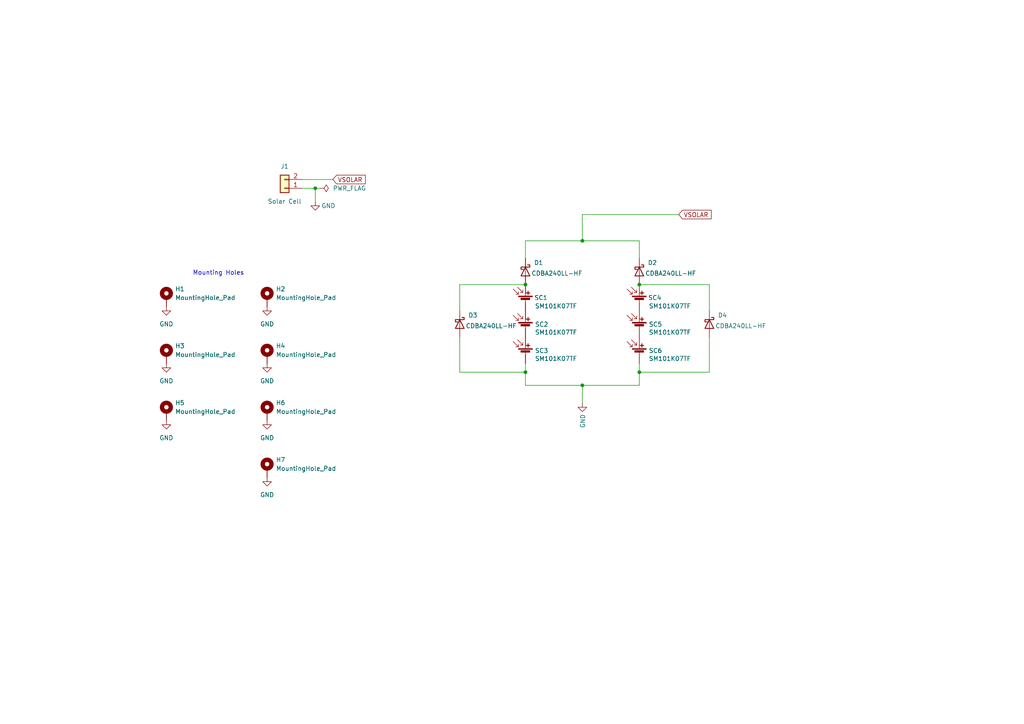
<source format=kicad_sch>
(kicad_sch (version 20211123) (generator eeschema)

  (uuid f3a9b208-99c0-4cbe-be82-ecb049574331)

  (paper "A4")

  (title_block
    (title "Solar Cell PCB - usb side")
    (date "2022-12-31")
    (rev "2")
  )

  (lib_symbols
    (symbol "Connector_Generic:Conn_01x02" (pin_names (offset 1.016) hide) (in_bom yes) (on_board yes)
      (property "Reference" "J" (id 0) (at 0 2.54 0)
        (effects (font (size 1.27 1.27)))
      )
      (property "Value" "Conn_01x02" (id 1) (at 0 -5.08 0)
        (effects (font (size 1.27 1.27)))
      )
      (property "Footprint" "" (id 2) (at 0 0 0)
        (effects (font (size 1.27 1.27)) hide)
      )
      (property "Datasheet" "~" (id 3) (at 0 0 0)
        (effects (font (size 1.27 1.27)) hide)
      )
      (property "ki_keywords" "connector" (id 4) (at 0 0 0)
        (effects (font (size 1.27 1.27)) hide)
      )
      (property "ki_description" "Generic connector, single row, 01x02, script generated (kicad-library-utils/schlib/autogen/connector/)" (id 5) (at 0 0 0)
        (effects (font (size 1.27 1.27)) hide)
      )
      (property "ki_fp_filters" "Connector*:*_1x??_*" (id 6) (at 0 0 0)
        (effects (font (size 1.27 1.27)) hide)
      )
      (symbol "Conn_01x02_1_1"
        (rectangle (start -1.27 -2.413) (end 0 -2.667)
          (stroke (width 0.1524) (type default) (color 0 0 0 0))
          (fill (type none))
        )
        (rectangle (start -1.27 0.127) (end 0 -0.127)
          (stroke (width 0.1524) (type default) (color 0 0 0 0))
          (fill (type none))
        )
        (rectangle (start -1.27 1.27) (end 1.27 -3.81)
          (stroke (width 0.254) (type default) (color 0 0 0 0))
          (fill (type background))
        )
        (pin passive line (at -5.08 0 0) (length 3.81)
          (name "Pin_1" (effects (font (size 1.27 1.27))))
          (number "1" (effects (font (size 1.27 1.27))))
        )
        (pin passive line (at -5.08 -2.54 0) (length 3.81)
          (name "Pin_2" (effects (font (size 1.27 1.27))))
          (number "2" (effects (font (size 1.27 1.27))))
        )
      )
    )
    (symbol "Device:D_Schottky" (pin_numbers hide) (pin_names (offset 1.016) hide) (in_bom yes) (on_board yes)
      (property "Reference" "D" (id 0) (at 0 2.54 0)
        (effects (font (size 1.27 1.27)))
      )
      (property "Value" "D_Schottky" (id 1) (at 0 -2.54 0)
        (effects (font (size 1.27 1.27)))
      )
      (property "Footprint" "" (id 2) (at 0 0 0)
        (effects (font (size 1.27 1.27)) hide)
      )
      (property "Datasheet" "~" (id 3) (at 0 0 0)
        (effects (font (size 1.27 1.27)) hide)
      )
      (property "ki_keywords" "diode Schottky" (id 4) (at 0 0 0)
        (effects (font (size 1.27 1.27)) hide)
      )
      (property "ki_description" "Schottky diode" (id 5) (at 0 0 0)
        (effects (font (size 1.27 1.27)) hide)
      )
      (property "ki_fp_filters" "TO-???* *_Diode_* *SingleDiode* D_*" (id 6) (at 0 0 0)
        (effects (font (size 1.27 1.27)) hide)
      )
      (symbol "D_Schottky_0_1"
        (polyline
          (pts
            (xy 1.27 0)
            (xy -1.27 0)
          )
          (stroke (width 0) (type default) (color 0 0 0 0))
          (fill (type none))
        )
        (polyline
          (pts
            (xy 1.27 1.27)
            (xy 1.27 -1.27)
            (xy -1.27 0)
            (xy 1.27 1.27)
          )
          (stroke (width 0.254) (type default) (color 0 0 0 0))
          (fill (type none))
        )
        (polyline
          (pts
            (xy -1.905 0.635)
            (xy -1.905 1.27)
            (xy -1.27 1.27)
            (xy -1.27 -1.27)
            (xy -0.635 -1.27)
            (xy -0.635 -0.635)
          )
          (stroke (width 0.254) (type default) (color 0 0 0 0))
          (fill (type none))
        )
      )
      (symbol "D_Schottky_1_1"
        (pin passive line (at -3.81 0 0) (length 2.54)
          (name "K" (effects (font (size 1.27 1.27))))
          (number "1" (effects (font (size 1.27 1.27))))
        )
        (pin passive line (at 3.81 0 180) (length 2.54)
          (name "A" (effects (font (size 1.27 1.27))))
          (number "2" (effects (font (size 1.27 1.27))))
        )
      )
    )
    (symbol "Device:Solar_Cell" (pin_numbers hide) (pin_names (offset 0) hide) (in_bom yes) (on_board yes)
      (property "Reference" "SC" (id 0) (at 2.54 2.54 0)
        (effects (font (size 1.27 1.27)) (justify left))
      )
      (property "Value" "Solar_Cell" (id 1) (at 2.54 0 0)
        (effects (font (size 1.27 1.27)) (justify left))
      )
      (property "Footprint" "" (id 2) (at 0 1.524 90)
        (effects (font (size 1.27 1.27)) hide)
      )
      (property "Datasheet" "~" (id 3) (at 0 1.524 90)
        (effects (font (size 1.27 1.27)) hide)
      )
      (property "ki_keywords" "solar cell" (id 4) (at 0 0 0)
        (effects (font (size 1.27 1.27)) hide)
      )
      (property "ki_description" "Single solar cell" (id 5) (at 0 0 0)
        (effects (font (size 1.27 1.27)) hide)
      )
      (symbol "Solar_Cell_0_1"
        (rectangle (start -2.032 1.778) (end 2.032 1.524)
          (stroke (width 0) (type default) (color 0 0 0 0))
          (fill (type outline))
        )
        (rectangle (start -1.3208 1.1938) (end 1.27 0.6858)
          (stroke (width 0) (type default) (color 0 0 0 0))
          (fill (type outline))
        )
        (polyline
          (pts
            (xy -2.032 2.286)
            (xy -3.556 3.81)
          )
          (stroke (width 0) (type default) (color 0 0 0 0))
          (fill (type none))
        )
        (polyline
          (pts
            (xy -0.762 2.794)
            (xy -2.286 4.318)
          )
          (stroke (width 0) (type default) (color 0 0 0 0))
          (fill (type none))
        )
        (polyline
          (pts
            (xy 0 0.762)
            (xy 0 0)
          )
          (stroke (width 0) (type default) (color 0 0 0 0))
          (fill (type none))
        )
        (polyline
          (pts
            (xy 0 1.778)
            (xy 0 2.54)
          )
          (stroke (width 0) (type default) (color 0 0 0 0))
          (fill (type none))
        )
        (polyline
          (pts
            (xy 0.254 2.667)
            (xy 1.27 2.667)
          )
          (stroke (width 0.254) (type default) (color 0 0 0 0))
          (fill (type none))
        )
        (polyline
          (pts
            (xy 0.762 3.175)
            (xy 0.762 2.159)
          )
          (stroke (width 0.254) (type default) (color 0 0 0 0))
          (fill (type none))
        )
        (polyline
          (pts
            (xy -2.032 3.048)
            (xy -2.032 2.286)
            (xy -2.794 2.286)
          )
          (stroke (width 0) (type default) (color 0 0 0 0))
          (fill (type none))
        )
        (polyline
          (pts
            (xy -0.762 3.556)
            (xy -0.762 2.794)
            (xy -1.524 2.794)
          )
          (stroke (width 0) (type default) (color 0 0 0 0))
          (fill (type none))
        )
      )
      (symbol "Solar_Cell_1_1"
        (pin passive line (at 0 5.08 270) (length 2.54)
          (name "+" (effects (font (size 1.27 1.27))))
          (number "1" (effects (font (size 1.27 1.27))))
        )
        (pin passive line (at 0 -2.54 90) (length 2.54)
          (name "-" (effects (font (size 1.27 1.27))))
          (number "2" (effects (font (size 1.27 1.27))))
        )
      )
    )
    (symbol "Mechanical:MountingHole_Pad" (pin_numbers hide) (pin_names (offset 1.016) hide) (in_bom yes) (on_board yes)
      (property "Reference" "H" (id 0) (at 0 6.35 0)
        (effects (font (size 1.27 1.27)))
      )
      (property "Value" "MountingHole_Pad" (id 1) (at 0 4.445 0)
        (effects (font (size 1.27 1.27)))
      )
      (property "Footprint" "" (id 2) (at 0 0 0)
        (effects (font (size 1.27 1.27)) hide)
      )
      (property "Datasheet" "~" (id 3) (at 0 0 0)
        (effects (font (size 1.27 1.27)) hide)
      )
      (property "ki_keywords" "mounting hole" (id 4) (at 0 0 0)
        (effects (font (size 1.27 1.27)) hide)
      )
      (property "ki_description" "Mounting Hole with connection" (id 5) (at 0 0 0)
        (effects (font (size 1.27 1.27)) hide)
      )
      (property "ki_fp_filters" "MountingHole*Pad*" (id 6) (at 0 0 0)
        (effects (font (size 1.27 1.27)) hide)
      )
      (symbol "MountingHole_Pad_0_1"
        (circle (center 0 1.27) (radius 1.27)
          (stroke (width 1.27) (type default) (color 0 0 0 0))
          (fill (type none))
        )
      )
      (symbol "MountingHole_Pad_1_1"
        (pin input line (at 0 -2.54 90) (length 2.54)
          (name "1" (effects (font (size 1.27 1.27))))
          (number "1" (effects (font (size 1.27 1.27))))
        )
      )
    )
    (symbol "power:GND" (power) (pin_names (offset 0)) (in_bom yes) (on_board yes)
      (property "Reference" "#PWR" (id 0) (at 0 -6.35 0)
        (effects (font (size 1.27 1.27)) hide)
      )
      (property "Value" "GND" (id 1) (at 0 -3.81 0)
        (effects (font (size 1.27 1.27)))
      )
      (property "Footprint" "" (id 2) (at 0 0 0)
        (effects (font (size 1.27 1.27)) hide)
      )
      (property "Datasheet" "" (id 3) (at 0 0 0)
        (effects (font (size 1.27 1.27)) hide)
      )
      (property "ki_keywords" "power-flag" (id 4) (at 0 0 0)
        (effects (font (size 1.27 1.27)) hide)
      )
      (property "ki_description" "Power symbol creates a global label with name \"GND\" , ground" (id 5) (at 0 0 0)
        (effects (font (size 1.27 1.27)) hide)
      )
      (symbol "GND_0_1"
        (polyline
          (pts
            (xy 0 0)
            (xy 0 -1.27)
            (xy 1.27 -1.27)
            (xy 0 -2.54)
            (xy -1.27 -1.27)
            (xy 0 -1.27)
          )
          (stroke (width 0) (type default) (color 0 0 0 0))
          (fill (type none))
        )
      )
      (symbol "GND_1_1"
        (pin power_in line (at 0 0 270) (length 0) hide
          (name "GND" (effects (font (size 1.27 1.27))))
          (number "1" (effects (font (size 1.27 1.27))))
        )
      )
    )
    (symbol "power:PWR_FLAG" (power) (pin_numbers hide) (pin_names (offset 0) hide) (in_bom yes) (on_board yes)
      (property "Reference" "#FLG" (id 0) (at 0 1.905 0)
        (effects (font (size 1.27 1.27)) hide)
      )
      (property "Value" "PWR_FLAG" (id 1) (at 0 3.81 0)
        (effects (font (size 1.27 1.27)))
      )
      (property "Footprint" "" (id 2) (at 0 0 0)
        (effects (font (size 1.27 1.27)) hide)
      )
      (property "Datasheet" "~" (id 3) (at 0 0 0)
        (effects (font (size 1.27 1.27)) hide)
      )
      (property "ki_keywords" "power-flag" (id 4) (at 0 0 0)
        (effects (font (size 1.27 1.27)) hide)
      )
      (property "ki_description" "Special symbol for telling ERC where power comes from" (id 5) (at 0 0 0)
        (effects (font (size 1.27 1.27)) hide)
      )
      (symbol "PWR_FLAG_0_0"
        (pin power_out line (at 0 0 90) (length 0)
          (name "pwr" (effects (font (size 1.27 1.27))))
          (number "1" (effects (font (size 1.27 1.27))))
        )
      )
      (symbol "PWR_FLAG_0_1"
        (polyline
          (pts
            (xy 0 0)
            (xy 0 1.27)
            (xy -1.016 1.905)
            (xy 0 2.54)
            (xy 1.016 1.905)
            (xy 0 1.27)
          )
          (stroke (width 0) (type default) (color 0 0 0 0))
          (fill (type none))
        )
      )
    )
  )

  (junction (at 185.42 107.95) (diameter 0) (color 0 0 0 0)
    (uuid 0f6ce69f-4d00-46f9-8a89-ce0538e159da)
  )
  (junction (at 152.4 82.55) (diameter 0) (color 0 0 0 0)
    (uuid 71a055bd-72d5-4ecc-a050-f93859916189)
  )
  (junction (at 168.91 69.85) (diameter 0) (color 0 0 0 0)
    (uuid 76be217b-7652-4ccb-9b7d-a8456454e506)
  )
  (junction (at 168.91 111.76) (diameter 0) (color 0 0 0 0)
    (uuid c36a0e69-567d-49d9-9990-34c909f3ab4a)
  )
  (junction (at 152.4 107.95) (diameter 0) (color 0 0 0 0)
    (uuid cd259f8a-a9d5-4b9c-9fe5-ae36c2f21b89)
  )
  (junction (at 91.44 54.61) (diameter 0) (color 0 0 0 0)
    (uuid d7f73dfe-519f-4be5-8ce7-44981469c40b)
  )
  (junction (at 185.42 82.55) (diameter 0) (color 0 0 0 0)
    (uuid fbe65191-c013-4797-9b0c-9bf884e5de3c)
  )

  (wire (pts (xy 133.35 107.95) (xy 152.4 107.95))
    (stroke (width 0) (type default) (color 0 0 0 0))
    (uuid 009ba6d1-6340-4264-9398-2b1fbe8f6958)
  )
  (wire (pts (xy 205.74 107.95) (xy 185.42 107.95))
    (stroke (width 0) (type default) (color 0 0 0 0))
    (uuid 00fed5b1-d1ac-4f92-9eb5-1ef1886d8a26)
  )
  (wire (pts (xy 205.74 97.79) (xy 205.74 107.95))
    (stroke (width 0) (type default) (color 0 0 0 0))
    (uuid 018525d2-ace4-4c28-94ab-893eb2ed8c63)
  )
  (wire (pts (xy 205.74 82.55) (xy 205.74 90.17))
    (stroke (width 0) (type default) (color 0 0 0 0))
    (uuid 0690ebda-31ae-44c6-a076-f76c9a9da0b4)
  )
  (wire (pts (xy 196.85 62.23) (xy 168.91 62.23))
    (stroke (width 0) (type default) (color 0 0 0 0))
    (uuid 09daf42f-a0ea-4544-804a-c85b3e0911a3)
  )
  (wire (pts (xy 152.4 107.95) (xy 152.4 111.76))
    (stroke (width 0) (type default) (color 0 0 0 0))
    (uuid 17c0af7a-69b3-4389-8242-a9ecddcfe55c)
  )
  (wire (pts (xy 91.44 54.61) (xy 87.63 54.61))
    (stroke (width 0) (type default) (color 0 0 0 0))
    (uuid 2cc860c4-50fa-403e-a8c8-b7dfee93d1b9)
  )
  (wire (pts (xy 92.71 54.61) (xy 91.44 54.61))
    (stroke (width 0) (type default) (color 0 0 0 0))
    (uuid 3fca7b95-1ce8-4c85-9e20-5287af1f00a4)
  )
  (wire (pts (xy 185.42 107.95) (xy 185.42 105.41))
    (stroke (width 0) (type default) (color 0 0 0 0))
    (uuid 49438cd1-cabd-4326-9132-ba66ca2ae487)
  )
  (wire (pts (xy 133.35 90.17) (xy 133.35 82.55))
    (stroke (width 0) (type default) (color 0 0 0 0))
    (uuid 546c7e4b-1464-4924-a86b-af3fa4f8b731)
  )
  (wire (pts (xy 185.42 69.85) (xy 185.42 74.93))
    (stroke (width 0) (type default) (color 0 0 0 0))
    (uuid 640f3a59-24a7-4967-867b-8b323b3b59fd)
  )
  (wire (pts (xy 168.91 62.23) (xy 168.91 69.85))
    (stroke (width 0) (type default) (color 0 0 0 0))
    (uuid 69b925f9-a0bb-4d22-b943-749db68ec0e3)
  )
  (wire (pts (xy 152.4 74.93) (xy 152.4 69.85))
    (stroke (width 0) (type default) (color 0 0 0 0))
    (uuid 732a25f1-cbb7-4b62-b096-b1bdf26084aa)
  )
  (wire (pts (xy 133.35 97.79) (xy 133.35 107.95))
    (stroke (width 0) (type default) (color 0 0 0 0))
    (uuid 7ced5e86-299f-4bb5-bb14-7833375ffcd6)
  )
  (wire (pts (xy 91.44 54.61) (xy 91.44 58.42))
    (stroke (width 0) (type default) (color 0 0 0 0))
    (uuid 7eb9f528-f170-4e0e-a885-22f41c8b743b)
  )
  (wire (pts (xy 168.91 69.85) (xy 185.42 69.85))
    (stroke (width 0) (type default) (color 0 0 0 0))
    (uuid 953c1627-f540-47ed-82dd-84c722be1137)
  )
  (wire (pts (xy 133.35 82.55) (xy 152.4 82.55))
    (stroke (width 0) (type default) (color 0 0 0 0))
    (uuid a5323771-5ccb-4d0d-b118-cd57dcc7b6cd)
  )
  (wire (pts (xy 185.42 82.55) (xy 205.74 82.55))
    (stroke (width 0) (type default) (color 0 0 0 0))
    (uuid acb0c780-560c-4f88-a5a7-77aea618f33f)
  )
  (wire (pts (xy 168.91 111.76) (xy 185.42 111.76))
    (stroke (width 0) (type default) (color 0 0 0 0))
    (uuid cf742761-4cbe-4d02-b09e-4e7302edfcd5)
  )
  (wire (pts (xy 152.4 105.41) (xy 152.4 107.95))
    (stroke (width 0) (type default) (color 0 0 0 0))
    (uuid dd4c9bb0-20f6-41ec-ab0b-7060d50d640a)
  )
  (wire (pts (xy 96.52 52.07) (xy 87.63 52.07))
    (stroke (width 0) (type default) (color 0 0 0 0))
    (uuid e1c1511c-8e93-46e1-8496-55bfccb03696)
  )
  (wire (pts (xy 168.91 111.76) (xy 168.91 116.84))
    (stroke (width 0) (type default) (color 0 0 0 0))
    (uuid e471bbc2-9dd7-45d0-a6de-61ae9b8cc08b)
  )
  (wire (pts (xy 152.4 69.85) (xy 168.91 69.85))
    (stroke (width 0) (type default) (color 0 0 0 0))
    (uuid ef6c3e80-2000-4d8c-96c8-14cc775d5b31)
  )
  (wire (pts (xy 185.42 111.76) (xy 185.42 107.95))
    (stroke (width 0) (type default) (color 0 0 0 0))
    (uuid f2e7aeed-f5d2-4c43-8bf3-5d5a5f975114)
  )
  (wire (pts (xy 152.4 111.76) (xy 168.91 111.76))
    (stroke (width 0) (type default) (color 0 0 0 0))
    (uuid fd0f3e38-4223-442a-9bc9-788df4455a86)
  )

  (text "Mounting Holes" (at 55.88 80.01 0)
    (effects (font (size 1.27 1.27)) (justify left bottom))
    (uuid 87a895d3-5dec-4998-a837-9f2a9bfce12e)
  )

  (global_label "VSOLAR" (shape input) (at 196.85 62.23 0) (fields_autoplaced)
    (effects (font (size 1.27 1.27)) (justify left))
    (uuid 7c07e0d9-92a3-4ebf-a7f8-06a355b687a3)
    (property "Intersheet References" "${INTERSHEET_REFS}" (id 0) (at 15.24 -5.08 0)
      (effects (font (size 1.27 1.27)) hide)
    )
  )
  (global_label "VSOLAR" (shape input) (at 96.52 52.07 0) (fields_autoplaced)
    (effects (font (size 1.27 1.27)) (justify left))
    (uuid 91f0eb72-2f3d-4198-af38-d4bcfdd66995)
    (property "Intersheet References" "${INTERSHEET_REFS}" (id 0) (at 105.9483 51.9906 0)
      (effects (font (size 1.27 1.27)) (justify left) hide)
    )
  )

  (symbol (lib_id "power:GND") (at 91.44 58.42 0) (unit 1)
    (in_bom yes) (on_board yes)
    (uuid 00504bc4-cc86-4e68-9a82-9786c40b39bd)
    (property "Reference" "#PWR0102" (id 0) (at 91.44 64.77 0)
      (effects (font (size 1.27 1.27)) hide)
    )
    (property "Value" "GND" (id 1) (at 95.25 59.69 0))
    (property "Footprint" "" (id 2) (at 91.44 58.42 0)
      (effects (font (size 1.27 1.27)) hide)
    )
    (property "Datasheet" "" (id 3) (at 91.44 58.42 0)
      (effects (font (size 1.27 1.27)) hide)
    )
    (pin "1" (uuid d19f05ba-9875-4b7c-8b29-e9ce9b6ba018))
  )

  (symbol (lib_id "Device:Solar_Cell") (at 185.42 87.63 0) (unit 1)
    (in_bom yes) (on_board yes)
    (uuid 063a2706-f978-47ad-83dc-9ba1cc089e4e)
    (property "Reference" "SC4" (id 0) (at 187.96 86.36 0)
      (effects (font (size 1.27 1.27)) (justify left))
    )
    (property "Value" "SM101K07TF" (id 1) (at 188.1632 88.773 0)
      (effects (font (size 1.27 1.27)) (justify left))
    )
    (property "Footprint" "ISP:SM101K07TF" (id 2) (at 185.42 86.106 90)
      (effects (font (size 1.27 1.27)) hide)
    )
    (property "Datasheet" "~" (id 3) (at 185.42 86.106 90)
      (effects (font (size 1.27 1.27)) hide)
    )
    (pin "1" (uuid 789d9cbd-3541-4afc-80b1-7ed411b7e827))
    (pin "2" (uuid 79282b33-69f3-4688-8be5-2352d5ad1057))
  )

  (symbol (lib_id "power:GND") (at 77.47 88.9 0) (unit 1)
    (in_bom yes) (on_board yes) (fields_autoplaced)
    (uuid 1a22f371-3aac-4613-b7e8-dacc06223eb2)
    (property "Reference" "#PWR0106" (id 0) (at 77.47 95.25 0)
      (effects (font (size 1.27 1.27)) hide)
    )
    (property "Value" "GND" (id 1) (at 77.47 93.98 0))
    (property "Footprint" "" (id 2) (at 77.47 88.9 0)
      (effects (font (size 1.27 1.27)) hide)
    )
    (property "Datasheet" "" (id 3) (at 77.47 88.9 0)
      (effects (font (size 1.27 1.27)) hide)
    )
    (pin "1" (uuid 7e7aa7b9-4d8f-48f0-bb76-492591418ea7))
  )

  (symbol (lib_id "Device:Solar_Cell") (at 185.42 102.87 0) (unit 1)
    (in_bom yes) (on_board yes)
    (uuid 1fa47e33-17e0-47da-baef-d8841fc1c0aa)
    (property "Reference" "SC6" (id 0) (at 188.1632 101.7016 0)
      (effects (font (size 1.27 1.27)) (justify left))
    )
    (property "Value" "SM101K07TF" (id 1) (at 188.1632 104.013 0)
      (effects (font (size 1.27 1.27)) (justify left))
    )
    (property "Footprint" "ISP:SM101K07TF" (id 2) (at 185.42 101.346 90)
      (effects (font (size 1.27 1.27)) hide)
    )
    (property "Datasheet" "~" (id 3) (at 185.42 101.346 90)
      (effects (font (size 1.27 1.27)) hide)
    )
    (pin "1" (uuid 33bbf0b2-c25c-4b16-a521-4b2d27fcf37c))
    (pin "2" (uuid 8a6d0a2f-c479-40b9-a8a0-554f62e74484))
  )

  (symbol (lib_id "Mechanical:MountingHole_Pad") (at 77.47 119.38 0) (unit 1)
    (in_bom yes) (on_board yes) (fields_autoplaced)
    (uuid 2236295f-7663-4df7-b57e-1ede5a16c0d7)
    (property "Reference" "H6" (id 0) (at 80.01 116.8399 0)
      (effects (font (size 1.27 1.27)) (justify left))
    )
    (property "Value" "MountingHole_Pad" (id 1) (at 80.01 119.3799 0)
      (effects (font (size 1.27 1.27)) (justify left))
    )
    (property "Footprint" "MountingHole:MountingHole_3.2mm_M3_DIN965_Pad" (id 2) (at 77.47 119.38 0)
      (effects (font (size 1.27 1.27)) hide)
    )
    (property "Datasheet" "~" (id 3) (at 77.47 119.38 0)
      (effects (font (size 1.27 1.27)) hide)
    )
    (pin "1" (uuid d831dd3b-90e8-4809-b1b0-812fba176dd7))
  )

  (symbol (lib_id "power:GND") (at 77.47 105.41 0) (unit 1)
    (in_bom yes) (on_board yes) (fields_autoplaced)
    (uuid 40afb1c2-2333-45e1-8864-973ad2e841d3)
    (property "Reference" "#PWR0105" (id 0) (at 77.47 111.76 0)
      (effects (font (size 1.27 1.27)) hide)
    )
    (property "Value" "GND" (id 1) (at 77.47 110.49 0))
    (property "Footprint" "" (id 2) (at 77.47 105.41 0)
      (effects (font (size 1.27 1.27)) hide)
    )
    (property "Datasheet" "" (id 3) (at 77.47 105.41 0)
      (effects (font (size 1.27 1.27)) hide)
    )
    (pin "1" (uuid 846ba6be-e914-4c53-b3bb-4b2df4e085e1))
  )

  (symbol (lib_id "Connector_Generic:Conn_01x02") (at 82.55 54.61 180) (unit 1)
    (in_bom yes) (on_board yes)
    (uuid 4d99938a-fe34-4ad4-80dd-a370c85df5e7)
    (property "Reference" "J1" (id 0) (at 82.55 48.26 0))
    (property "Value" "Solar Cell" (id 1) (at 82.55 58.42 0))
    (property "Footprint" "Molex_PicoLock_2p_2mm_2053380002:2053380002" (id 2) (at 82.55 54.61 0)
      (effects (font (size 1.27 1.27)) hide)
    )
    (property "Datasheet" "~" (id 3) (at 82.55 54.61 0)
      (effects (font (size 1.27 1.27)) hide)
    )
    (pin "1" (uuid 6967ec24-6330-4da0-ae5a-a758374888c5))
    (pin "2" (uuid df10f6e0-06e4-4bd5-8c4a-f2596d4b5ae5))
  )

  (symbol (lib_id "Device:Solar_Cell") (at 152.4 102.87 0) (unit 1)
    (in_bom yes) (on_board yes)
    (uuid 51a2a346-e708-49e5-be53-9c30a40c09bb)
    (property "Reference" "SC3" (id 0) (at 155.1432 101.7016 0)
      (effects (font (size 1.27 1.27)) (justify left))
    )
    (property "Value" "SM101K07TF" (id 1) (at 155.1432 104.013 0)
      (effects (font (size 1.27 1.27)) (justify left))
    )
    (property "Footprint" "ISP:SM101K07TF" (id 2) (at 152.4 101.346 90)
      (effects (font (size 1.27 1.27)) hide)
    )
    (property "Datasheet" "~" (id 3) (at 152.4 101.346 90)
      (effects (font (size 1.27 1.27)) hide)
    )
    (pin "1" (uuid 0c880659-2641-4a26-9275-45b8ef7d1040))
    (pin "2" (uuid b973ded1-8f90-4bab-a5c9-4666919b7659))
  )

  (symbol (lib_id "power:GND") (at 48.26 121.92 0) (unit 1)
    (in_bom yes) (on_board yes) (fields_autoplaced)
    (uuid 5fd6fd0b-b38c-4829-9eb3-2f584ac11f61)
    (property "Reference" "#PWR0109" (id 0) (at 48.26 128.27 0)
      (effects (font (size 1.27 1.27)) hide)
    )
    (property "Value" "GND" (id 1) (at 48.26 127 0))
    (property "Footprint" "" (id 2) (at 48.26 121.92 0)
      (effects (font (size 1.27 1.27)) hide)
    )
    (property "Datasheet" "" (id 3) (at 48.26 121.92 0)
      (effects (font (size 1.27 1.27)) hide)
    )
    (pin "1" (uuid 095e8b8d-0e76-40c1-8f37-4cc20c7d8224))
  )

  (symbol (lib_id "Mechanical:MountingHole_Pad") (at 77.47 102.87 0) (unit 1)
    (in_bom yes) (on_board yes) (fields_autoplaced)
    (uuid 63278920-5bce-48f6-b351-4877851dd138)
    (property "Reference" "H4" (id 0) (at 80.01 100.3299 0)
      (effects (font (size 1.27 1.27)) (justify left))
    )
    (property "Value" "MountingHole_Pad" (id 1) (at 80.01 102.8699 0)
      (effects (font (size 1.27 1.27)) (justify left))
    )
    (property "Footprint" "MountingHole:MountingHole_3.2mm_M3_DIN965_Pad" (id 2) (at 77.47 102.87 0)
      (effects (font (size 1.27 1.27)) hide)
    )
    (property "Datasheet" "~" (id 3) (at 77.47 102.87 0)
      (effects (font (size 1.27 1.27)) hide)
    )
    (pin "1" (uuid 0e189a9a-cdca-4b0a-9543-db9ce49ea17f))
  )

  (symbol (lib_id "power:GND") (at 48.26 88.9 0) (unit 1)
    (in_bom yes) (on_board yes) (fields_autoplaced)
    (uuid 6752fdcd-60f6-412e-850d-8624848d3e62)
    (property "Reference" "#PWR0104" (id 0) (at 48.26 95.25 0)
      (effects (font (size 1.27 1.27)) hide)
    )
    (property "Value" "GND" (id 1) (at 48.26 93.98 0))
    (property "Footprint" "" (id 2) (at 48.26 88.9 0)
      (effects (font (size 1.27 1.27)) hide)
    )
    (property "Datasheet" "" (id 3) (at 48.26 88.9 0)
      (effects (font (size 1.27 1.27)) hide)
    )
    (pin "1" (uuid c5b9f4b3-35d1-44b8-a23b-842eec055361))
  )

  (symbol (lib_id "Device:Solar_Cell") (at 152.4 95.25 0) (unit 1)
    (in_bom yes) (on_board yes)
    (uuid 7287c42c-5467-497f-b931-93f4c9b94546)
    (property "Reference" "SC2" (id 0) (at 155.1432 94.0816 0)
      (effects (font (size 1.27 1.27)) (justify left))
    )
    (property "Value" "SM101K07TF" (id 1) (at 155.1432 96.393 0)
      (effects (font (size 1.27 1.27)) (justify left))
    )
    (property "Footprint" "ISP:SM101K07TF" (id 2) (at 152.4 93.726 90)
      (effects (font (size 1.27 1.27)) hide)
    )
    (property "Datasheet" "~" (id 3) (at 152.4 93.726 90)
      (effects (font (size 1.27 1.27)) hide)
    )
    (pin "1" (uuid b8a175c2-ebf9-4fe6-80a1-9cd4ead70ca0))
    (pin "2" (uuid 78fc57e1-c0db-4487-8301-65a0638e8102))
  )

  (symbol (lib_id "Mechanical:MountingHole_Pad") (at 48.26 119.38 0) (unit 1)
    (in_bom yes) (on_board yes) (fields_autoplaced)
    (uuid 799054c8-4602-4e8c-8ddb-c8a661b457d3)
    (property "Reference" "H5" (id 0) (at 50.8 116.8399 0)
      (effects (font (size 1.27 1.27)) (justify left))
    )
    (property "Value" "MountingHole_Pad" (id 1) (at 50.8 119.3799 0)
      (effects (font (size 1.27 1.27)) (justify left))
    )
    (property "Footprint" "MountingHole:MountingHole_3.2mm_M3_DIN965_Pad" (id 2) (at 48.26 119.38 0)
      (effects (font (size 1.27 1.27)) hide)
    )
    (property "Datasheet" "~" (id 3) (at 48.26 119.38 0)
      (effects (font (size 1.27 1.27)) hide)
    )
    (pin "1" (uuid fc292734-e184-4986-8696-dd1fbdaedfcf))
  )

  (symbol (lib_id "power:GND") (at 77.47 121.92 0) (unit 1)
    (in_bom yes) (on_board yes) (fields_autoplaced)
    (uuid 7bc51857-9b8e-4f03-b89f-a0705c9a1b85)
    (property "Reference" "#PWR0110" (id 0) (at 77.47 128.27 0)
      (effects (font (size 1.27 1.27)) hide)
    )
    (property "Value" "GND" (id 1) (at 77.47 127 0))
    (property "Footprint" "" (id 2) (at 77.47 121.92 0)
      (effects (font (size 1.27 1.27)) hide)
    )
    (property "Datasheet" "" (id 3) (at 77.47 121.92 0)
      (effects (font (size 1.27 1.27)) hide)
    )
    (pin "1" (uuid 15fc9519-50cf-44dd-ad93-768b6bf83196))
  )

  (symbol (lib_id "Device:Solar_Cell") (at 152.4 87.63 0) (unit 1)
    (in_bom yes) (on_board yes)
    (uuid 877a22b9-2802-4a44-984a-d80aab267ae1)
    (property "Reference" "SC1" (id 0) (at 154.94 86.36 0)
      (effects (font (size 1.27 1.27)) (justify left))
    )
    (property "Value" "SM101K07TF" (id 1) (at 155.1432 88.773 0)
      (effects (font (size 1.27 1.27)) (justify left))
    )
    (property "Footprint" "ISP:SM101K07TF" (id 2) (at 152.4 86.106 90)
      (effects (font (size 1.27 1.27)) hide)
    )
    (property "Datasheet" "~" (id 3) (at 152.4 86.106 90)
      (effects (font (size 1.27 1.27)) hide)
    )
    (pin "1" (uuid 37798aa2-b493-4754-856d-2707fc60c429))
    (pin "2" (uuid 50dbebab-f1fd-4576-997f-f7c2fc1337d8))
  )

  (symbol (lib_id "power:GND") (at 48.26 105.41 0) (unit 1)
    (in_bom yes) (on_board yes) (fields_autoplaced)
    (uuid 91261c1b-c5e3-42e6-bddc-8901ec7fcfc4)
    (property "Reference" "#PWR0103" (id 0) (at 48.26 111.76 0)
      (effects (font (size 1.27 1.27)) hide)
    )
    (property "Value" "GND" (id 1) (at 48.26 110.49 0))
    (property "Footprint" "" (id 2) (at 48.26 105.41 0)
      (effects (font (size 1.27 1.27)) hide)
    )
    (property "Datasheet" "" (id 3) (at 48.26 105.41 0)
      (effects (font (size 1.27 1.27)) hide)
    )
    (pin "1" (uuid 8f81d790-5bc9-4aad-9a9f-d06589024b0e))
  )

  (symbol (lib_id "Mechanical:MountingHole_Pad") (at 77.47 135.89 0) (unit 1)
    (in_bom yes) (on_board yes) (fields_autoplaced)
    (uuid a6717815-50da-423c-b99b-952ad2b012fb)
    (property "Reference" "H7" (id 0) (at 80.01 133.3499 0)
      (effects (font (size 1.27 1.27)) (justify left))
    )
    (property "Value" "MountingHole_Pad" (id 1) (at 80.01 135.8899 0)
      (effects (font (size 1.27 1.27)) (justify left))
    )
    (property "Footprint" "MountingHole:MountingHole_3.2mm_M3_DIN965_Pad" (id 2) (at 77.47 135.89 0)
      (effects (font (size 1.27 1.27)) hide)
    )
    (property "Datasheet" "~" (id 3) (at 77.47 135.89 0)
      (effects (font (size 1.27 1.27)) hide)
    )
    (pin "1" (uuid 59d9e5df-2d83-4674-a92a-a60d3425af0d))
  )

  (symbol (lib_id "power:PWR_FLAG") (at 92.71 54.61 270) (unit 1)
    (in_bom yes) (on_board yes) (fields_autoplaced)
    (uuid a76c553c-6655-449c-8b01-b1f1618b22b2)
    (property "Reference" "#FLG0101" (id 0) (at 94.615 54.61 0)
      (effects (font (size 1.27 1.27)) hide)
    )
    (property "Value" "PWR_FLAG" (id 1) (at 96.52 54.6099 90)
      (effects (font (size 1.27 1.27)) (justify left))
    )
    (property "Footprint" "" (id 2) (at 92.71 54.61 0)
      (effects (font (size 1.27 1.27)) hide)
    )
    (property "Datasheet" "~" (id 3) (at 92.71 54.61 0)
      (effects (font (size 1.27 1.27)) hide)
    )
    (pin "1" (uuid 8af84a19-2aaf-482f-8217-9009b911ca19))
  )

  (symbol (lib_id "Device:D_Schottky") (at 205.74 93.98 270) (unit 1)
    (in_bom yes) (on_board yes)
    (uuid b46f2030-47ad-4ec7-9a5d-3e3cb77900ef)
    (property "Reference" "D4" (id 0) (at 209.55 91.44 90))
    (property "Value" "CDBA240LL-HF" (id 1) (at 222.25 95.25 90)
      (effects (font (size 1.27 1.27)) (justify right bottom))
    )
    (property "Footprint" "ISP:DO-214AC" (id 2) (at 205.74 93.98 0)
      (effects (font (size 1.27 1.27)) hide)
    )
    (property "Datasheet" "~" (id 3) (at 205.74 93.98 0)
      (effects (font (size 1.27 1.27)) hide)
    )
    (pin "1" (uuid 6a6b8810-e2b3-4661-a541-2f27ede7461f))
    (pin "2" (uuid 0cd43162-d8ba-4471-8d8c-262ecff93e7b))
  )

  (symbol (lib_id "Mechanical:MountingHole_Pad") (at 77.47 86.36 0) (unit 1)
    (in_bom yes) (on_board yes) (fields_autoplaced)
    (uuid be62d6f9-df44-4297-b641-af455017ceca)
    (property "Reference" "H2" (id 0) (at 80.01 83.8199 0)
      (effects (font (size 1.27 1.27)) (justify left))
    )
    (property "Value" "MountingHole_Pad" (id 1) (at 80.01 86.3599 0)
      (effects (font (size 1.27 1.27)) (justify left))
    )
    (property "Footprint" "MountingHole:MountingHole_3.2mm_M3_DIN965_Pad" (id 2) (at 77.47 86.36 0)
      (effects (font (size 1.27 1.27)) hide)
    )
    (property "Datasheet" "~" (id 3) (at 77.47 86.36 0)
      (effects (font (size 1.27 1.27)) hide)
    )
    (pin "1" (uuid 0b674b02-48e6-4fcc-814b-8905558a48a9))
  )

  (symbol (lib_id "Mechanical:MountingHole_Pad") (at 48.26 102.87 0) (unit 1)
    (in_bom yes) (on_board yes)
    (uuid c5e46d39-cd4f-41f4-8e80-9ee00f0b8ee8)
    (property "Reference" "H3" (id 0) (at 50.8 100.3299 0)
      (effects (font (size 1.27 1.27)) (justify left))
    )
    (property "Value" "MountingHole_Pad" (id 1) (at 50.8 102.8699 0)
      (effects (font (size 1.27 1.27)) (justify left))
    )
    (property "Footprint" "MountingHole:MountingHole_3.2mm_M3_DIN965_Pad" (id 2) (at 48.26 102.87 0)
      (effects (font (size 1.27 1.27)) hide)
    )
    (property "Datasheet" "~" (id 3) (at 48.26 102.87 0)
      (effects (font (size 1.27 1.27)) hide)
    )
    (pin "1" (uuid fa02a1dd-51db-4235-9160-f801bc1919cc))
  )

  (symbol (lib_id "power:GND") (at 77.47 138.43 0) (unit 1)
    (in_bom yes) (on_board yes) (fields_autoplaced)
    (uuid c93eb0d5-2495-4909-900f-5e702306228a)
    (property "Reference" "#PWR0107" (id 0) (at 77.47 144.78 0)
      (effects (font (size 1.27 1.27)) hide)
    )
    (property "Value" "GND" (id 1) (at 77.47 143.51 0))
    (property "Footprint" "" (id 2) (at 77.47 138.43 0)
      (effects (font (size 1.27 1.27)) hide)
    )
    (property "Datasheet" "" (id 3) (at 77.47 138.43 0)
      (effects (font (size 1.27 1.27)) hide)
    )
    (pin "1" (uuid a2ee4466-3576-4dab-87fd-42f60bd259db))
  )

  (symbol (lib_id "Mechanical:MountingHole_Pad") (at 48.26 86.36 0) (unit 1)
    (in_bom yes) (on_board yes) (fields_autoplaced)
    (uuid c9687eb6-1723-4ed2-919a-40b1a5dff2e9)
    (property "Reference" "H1" (id 0) (at 50.8 83.8199 0)
      (effects (font (size 1.27 1.27)) (justify left))
    )
    (property "Value" "MountingHole_Pad" (id 1) (at 50.8 86.3599 0)
      (effects (font (size 1.27 1.27)) (justify left))
    )
    (property "Footprint" "MountingHole:MountingHole_3.2mm_M3_DIN965_Pad" (id 2) (at 48.26 86.36 0)
      (effects (font (size 1.27 1.27)) hide)
    )
    (property "Datasheet" "~" (id 3) (at 48.26 86.36 0)
      (effects (font (size 1.27 1.27)) hide)
    )
    (pin "1" (uuid d66b9e1f-d3d7-4753-aed0-027d029c95a1))
  )

  (symbol (lib_id "Device:Solar_Cell") (at 185.42 95.25 0) (unit 1)
    (in_bom yes) (on_board yes)
    (uuid ccc1bc5b-ad6e-4535-8774-55dbafd4bc00)
    (property "Reference" "SC5" (id 0) (at 188.1632 94.0816 0)
      (effects (font (size 1.27 1.27)) (justify left))
    )
    (property "Value" "SM101K07TF" (id 1) (at 188.1632 96.393 0)
      (effects (font (size 1.27 1.27)) (justify left))
    )
    (property "Footprint" "ISP:SM101K07TF" (id 2) (at 185.42 93.726 90)
      (effects (font (size 1.27 1.27)) hide)
    )
    (property "Datasheet" "~" (id 3) (at 185.42 93.726 90)
      (effects (font (size 1.27 1.27)) hide)
    )
    (pin "1" (uuid d3c2c3d9-02fb-4b9c-a42e-965efd3f4686))
    (pin "2" (uuid 1f0e05af-8f78-48aa-8896-b98190075812))
  )

  (symbol (lib_id "Device:D_Schottky") (at 133.35 93.98 270) (unit 1)
    (in_bom yes) (on_board yes)
    (uuid efba01f8-d9b2-43f4-b6cd-bb00a4ef2559)
    (property "Reference" "D3" (id 0) (at 137.16 91.44 90))
    (property "Value" "CDBA240LL-HF" (id 1) (at 149.86 95.25 90)
      (effects (font (size 1.27 1.27)) (justify right bottom))
    )
    (property "Footprint" "ISP:DO-214AC" (id 2) (at 133.35 93.98 0)
      (effects (font (size 1.27 1.27)) hide)
    )
    (property "Datasheet" "~" (id 3) (at 133.35 93.98 0)
      (effects (font (size 1.27 1.27)) hide)
    )
    (pin "1" (uuid d1887814-20c5-4133-b31c-559149e546cd))
    (pin "2" (uuid cb316056-8909-486a-bf5b-649b06f9f1d8))
  )

  (symbol (lib_id "Device:D_Schottky") (at 185.42 78.74 270) (unit 1)
    (in_bom yes) (on_board yes)
    (uuid f22a8813-6961-47d2-b8db-800b47a6983d)
    (property "Reference" "D2" (id 0) (at 189.23 76.2 90))
    (property "Value" "CDBA240LL-HF" (id 1) (at 201.93 80.01 90)
      (effects (font (size 1.27 1.27)) (justify right bottom))
    )
    (property "Footprint" "ISP:DO-214AC" (id 2) (at 185.42 78.74 0)
      (effects (font (size 1.27 1.27)) hide)
    )
    (property "Datasheet" "~" (id 3) (at 185.42 78.74 0)
      (effects (font (size 1.27 1.27)) hide)
    )
    (pin "1" (uuid c8fc8086-9dbd-4feb-9f80-37e9bb028f2b))
    (pin "2" (uuid 3782be6a-540f-4819-8cff-d96ef991aa98))
  )

  (symbol (lib_id "power:GND") (at 168.91 116.84 0) (unit 1)
    (in_bom yes) (on_board yes)
    (uuid f3b4c4dc-3221-4007-9f62-ac1e912a6029)
    (property "Reference" "#PWR0101" (id 0) (at 168.91 123.19 0)
      (effects (font (size 1.27 1.27)) hide)
    )
    (property "Value" "GND" (id 1) (at 169.037 120.0912 90)
      (effects (font (size 1.27 1.27)) (justify right))
    )
    (property "Footprint" "" (id 2) (at 168.91 116.84 0)
      (effects (font (size 1.27 1.27)) hide)
    )
    (property "Datasheet" "" (id 3) (at 168.91 116.84 0)
      (effects (font (size 1.27 1.27)) hide)
    )
    (pin "1" (uuid 3be206c7-c34e-4f80-9dc1-9be6542024ac))
  )

  (symbol (lib_id "Device:D_Schottky") (at 152.4 78.74 270) (unit 1)
    (in_bom yes) (on_board yes)
    (uuid febf706c-4fc4-461e-8065-cb71f90fd129)
    (property "Reference" "D1" (id 0) (at 156.21 76.2 90))
    (property "Value" "CDBA240LL-HF" (id 1) (at 168.91 80.01 90)
      (effects (font (size 1.27 1.27)) (justify right bottom))
    )
    (property "Footprint" "ISP:DO-214AC" (id 2) (at 152.4 78.74 0)
      (effects (font (size 1.27 1.27)) hide)
    )
    (property "Datasheet" "~" (id 3) (at 152.4 78.74 0)
      (effects (font (size 1.27 1.27)) hide)
    )
    (pin "1" (uuid 8482ace3-e5fd-45cb-89bd-c6e281f1cd45))
    (pin "2" (uuid 45f68f49-a318-4b06-94b5-3a43aef5a65a))
  )

  (sheet_instances
    (path "/" (page "1"))
  )

  (symbol_instances
    (path "/a76c553c-6655-449c-8b01-b1f1618b22b2"
      (reference "#FLG0101") (unit 1) (value "PWR_FLAG") (footprint "")
    )
    (path "/f3b4c4dc-3221-4007-9f62-ac1e912a6029"
      (reference "#PWR0101") (unit 1) (value "GND") (footprint "")
    )
    (path "/00504bc4-cc86-4e68-9a82-9786c40b39bd"
      (reference "#PWR0102") (unit 1) (value "GND") (footprint "")
    )
    (path "/91261c1b-c5e3-42e6-bddc-8901ec7fcfc4"
      (reference "#PWR0103") (unit 1) (value "GND") (footprint "")
    )
    (path "/6752fdcd-60f6-412e-850d-8624848d3e62"
      (reference "#PWR0104") (unit 1) (value "GND") (footprint "")
    )
    (path "/40afb1c2-2333-45e1-8864-973ad2e841d3"
      (reference "#PWR0105") (unit 1) (value "GND") (footprint "")
    )
    (path "/1a22f371-3aac-4613-b7e8-dacc06223eb2"
      (reference "#PWR0106") (unit 1) (value "GND") (footprint "")
    )
    (path "/c93eb0d5-2495-4909-900f-5e702306228a"
      (reference "#PWR0107") (unit 1) (value "GND") (footprint "")
    )
    (path "/5fd6fd0b-b38c-4829-9eb3-2f584ac11f61"
      (reference "#PWR0109") (unit 1) (value "GND") (footprint "")
    )
    (path "/7bc51857-9b8e-4f03-b89f-a0705c9a1b85"
      (reference "#PWR0110") (unit 1) (value "GND") (footprint "")
    )
    (path "/febf706c-4fc4-461e-8065-cb71f90fd129"
      (reference "D1") (unit 1) (value "CDBA240LL-HF") (footprint "ISP:DO-214AC")
    )
    (path "/f22a8813-6961-47d2-b8db-800b47a6983d"
      (reference "D2") (unit 1) (value "CDBA240LL-HF") (footprint "ISP:DO-214AC")
    )
    (path "/efba01f8-d9b2-43f4-b6cd-bb00a4ef2559"
      (reference "D3") (unit 1) (value "CDBA240LL-HF") (footprint "ISP:DO-214AC")
    )
    (path "/b46f2030-47ad-4ec7-9a5d-3e3cb77900ef"
      (reference "D4") (unit 1) (value "CDBA240LL-HF") (footprint "ISP:DO-214AC")
    )
    (path "/c9687eb6-1723-4ed2-919a-40b1a5dff2e9"
      (reference "H1") (unit 1) (value "MountingHole_Pad") (footprint "MountingHole:MountingHole_3.2mm_M3_DIN965_Pad")
    )
    (path "/be62d6f9-df44-4297-b641-af455017ceca"
      (reference "H2") (unit 1) (value "MountingHole_Pad") (footprint "MountingHole:MountingHole_3.2mm_M3_DIN965_Pad")
    )
    (path "/c5e46d39-cd4f-41f4-8e80-9ee00f0b8ee8"
      (reference "H3") (unit 1) (value "MountingHole_Pad") (footprint "MountingHole:MountingHole_3.2mm_M3_DIN965_Pad")
    )
    (path "/63278920-5bce-48f6-b351-4877851dd138"
      (reference "H4") (unit 1) (value "MountingHole_Pad") (footprint "MountingHole:MountingHole_3.2mm_M3_DIN965_Pad")
    )
    (path "/799054c8-4602-4e8c-8ddb-c8a661b457d3"
      (reference "H5") (unit 1) (value "MountingHole_Pad") (footprint "MountingHole:MountingHole_3.2mm_M3_DIN965_Pad")
    )
    (path "/2236295f-7663-4df7-b57e-1ede5a16c0d7"
      (reference "H6") (unit 1) (value "MountingHole_Pad") (footprint "MountingHole:MountingHole_3.2mm_M3_DIN965_Pad")
    )
    (path "/a6717815-50da-423c-b99b-952ad2b012fb"
      (reference "H7") (unit 1) (value "MountingHole_Pad") (footprint "MountingHole:MountingHole_3.2mm_M3_DIN965_Pad")
    )
    (path "/4d99938a-fe34-4ad4-80dd-a370c85df5e7"
      (reference "J1") (unit 1) (value "Solar Cell") (footprint "Molex_PicoLock_2p_2mm_2053380002:2053380002")
    )
    (path "/877a22b9-2802-4a44-984a-d80aab267ae1"
      (reference "SC1") (unit 1) (value "SM101K07TF") (footprint "ISP:SM101K07TF")
    )
    (path "/7287c42c-5467-497f-b931-93f4c9b94546"
      (reference "SC2") (unit 1) (value "SM101K07TF") (footprint "ISP:SM101K07TF")
    )
    (path "/51a2a346-e708-49e5-be53-9c30a40c09bb"
      (reference "SC3") (unit 1) (value "SM101K07TF") (footprint "ISP:SM101K07TF")
    )
    (path "/063a2706-f978-47ad-83dc-9ba1cc089e4e"
      (reference "SC4") (unit 1) (value "SM101K07TF") (footprint "ISP:SM101K07TF")
    )
    (path "/ccc1bc5b-ad6e-4535-8774-55dbafd4bc00"
      (reference "SC5") (unit 1) (value "SM101K07TF") (footprint "ISP:SM101K07TF")
    )
    (path "/1fa47e33-17e0-47da-baef-d8841fc1c0aa"
      (reference "SC6") (unit 1) (value "SM101K07TF") (footprint "ISP:SM101K07TF")
    )
  )
)

</source>
